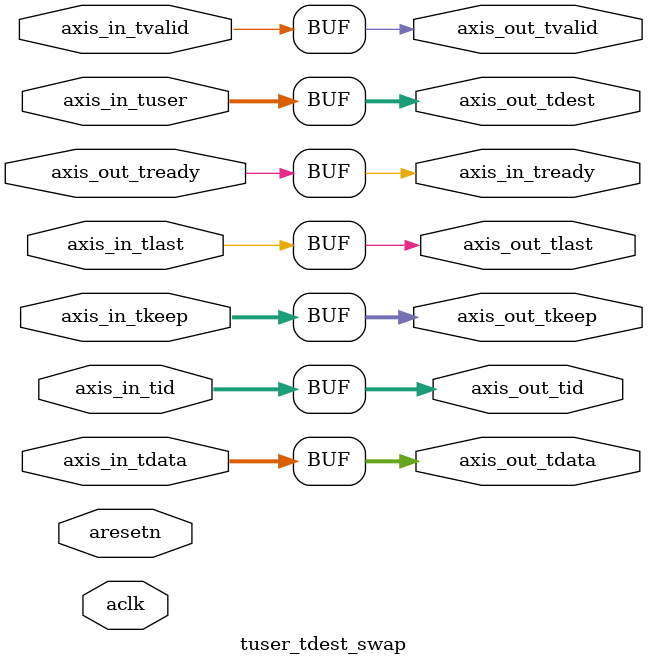
<source format=sv>
`timescale 1ns / 1ps
`default_nettype none


module tuser_tdest_swap
#(
    //AXI Stream Params
    parameter AXIS_BUS_WIDTH = 64,
    parameter AXIS_ID_WIDTH = 4,
    parameter AXIS_DEST_WIDTH = 4
)
(
    //Input AXI stream
    input wire [AXIS_BUS_WIDTH-1:0]       axis_in_tdata,
    input wire [((AXIS_ID_WIDTH<1)?1:AXIS_ID_WIDTH)-1:0]
                                          axis_in_tid,
    input wire [((AXIS_DEST_WIDTH<1)?1:AXIS_DEST_WIDTH)-1:0]
                                          axis_in_tuser,
    input wire [(AXIS_BUS_WIDTH/8)-1:0]   axis_in_tkeep,
    input wire                            axis_in_tlast,
    input wire                            axis_in_tvalid,
    output wire                           axis_in_tready,
    
    //Output AXI stream
    output wire [AXIS_BUS_WIDTH-1:0]      axis_out_tdata,
    output wire [((AXIS_ID_WIDTH<1)?1:AXIS_ID_WIDTH)-1:0]
                                          axis_out_tid,
    output wire [((AXIS_DEST_WIDTH<1)?1:AXIS_DEST_WIDTH)-1:0]
                                          axis_out_tdest,
    output wire [(AXIS_BUS_WIDTH/8)-1:0]  axis_out_tkeep,
    output wire                           axis_out_tlast,
    output wire                           axis_out_tvalid,
    input wire                            axis_out_tready,

    //Clocking (unused)
    input wire  aclk,
    input wire  aresetn
);

    //--------------------------------------------------------//
    //   Connect signals, swap tuser and tdest                //
    //--------------------------------------------------------//

    assign axis_out_tdata = axis_in_tdata;
    assign axis_out_tid = axis_in_tid;
    assign axis_out_tdest = axis_in_tuser; //SWAP
    assign axis_out_tkeep = axis_in_tkeep;
    assign axis_out_tlast = axis_in_tlast;
    assign axis_out_tvalid = axis_in_tvalid;
    assign axis_in_tready = axis_out_tready;



endmodule

`default_nettype wire
</source>
